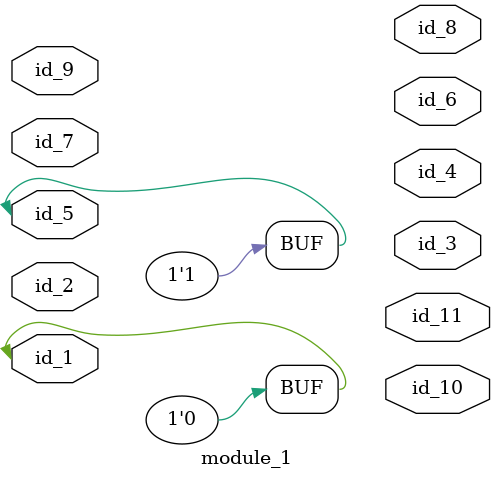
<source format=v>
module module_0;
  assign id_1 = id_1;
endmodule
module module_1 (
    id_1,
    id_2,
    id_3,
    id_4,
    id_5,
    id_6,
    id_7,
    id_8,
    id_9,
    id_10,
    id_11
);
  output wire id_11;
  output wire id_10;
  inout wire id_9;
  output wire id_8;
  inout wire id_7;
  output wire id_6;
  inout wire id_5;
  output wire id_4;
  output wire id_3;
  input wire id_2;
  inout wire id_1;
  assign id_1 = !id_5;
  module_0 modCall_1 ();
  assign #id_12 id_5 = 1;
  generate
    wire id_13;
  endgenerate
endmodule

</source>
